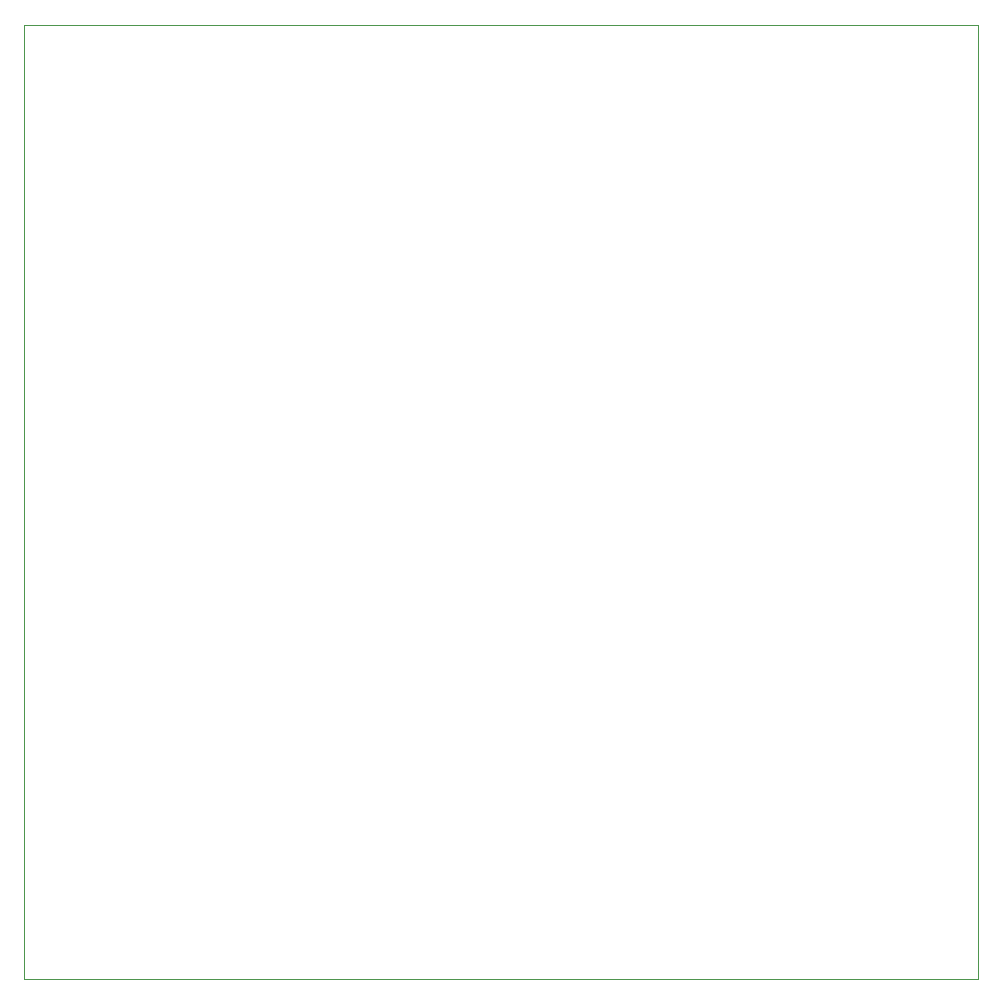
<source format=gbr>
G04 #@! TF.GenerationSoftware,KiCad,Pcbnew,(2017-08-08 revision 53204e097)-makepkg*
G04 #@! TF.CreationDate,2017-08-23T13:37:33+02:00*
G04 #@! TF.ProjectId,usbhub01a,7573626875623031612E6B696361645F,rev?*
G04 #@! TF.SameCoordinates,Original*
G04 #@! TF.FileFunction,Profile,NP*
%FSLAX46Y46*%
G04 Gerber Fmt 4.6, Leading zero omitted, Abs format (unit mm)*
G04 Created by KiCad (PCBNEW (2017-08-08 revision 53204e097)-makepkg) date 08/23/17 13:37:33*
%MOMM*%
%LPD*%
G01*
G04 APERTURE LIST*
%ADD10C,0.100000*%
G04 APERTURE END LIST*
D10*
X106934000Y-141986000D02*
X106934000Y-61214000D01*
X187706000Y-141986000D02*
X106934000Y-141986000D01*
X187706000Y-61214000D02*
X187706000Y-141986000D01*
X106934000Y-61214000D02*
X187706000Y-61214000D01*
M02*

</source>
